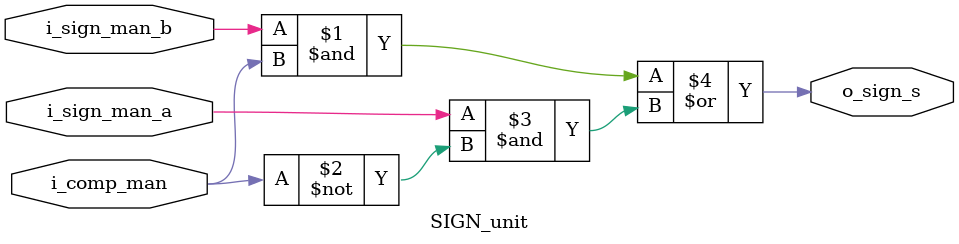
<source format=sv>
module SIGN_unit (
    input logic             i_comp_man      ,
    input logic             i_sign_man_a    ,
    input logic             i_sign_man_b    ,
    output logic            o_sign_s        
);

assign o_sign_s = (i_sign_man_b & i_comp_man) | (i_sign_man_a & ~i_comp_man);

endmodule

</source>
